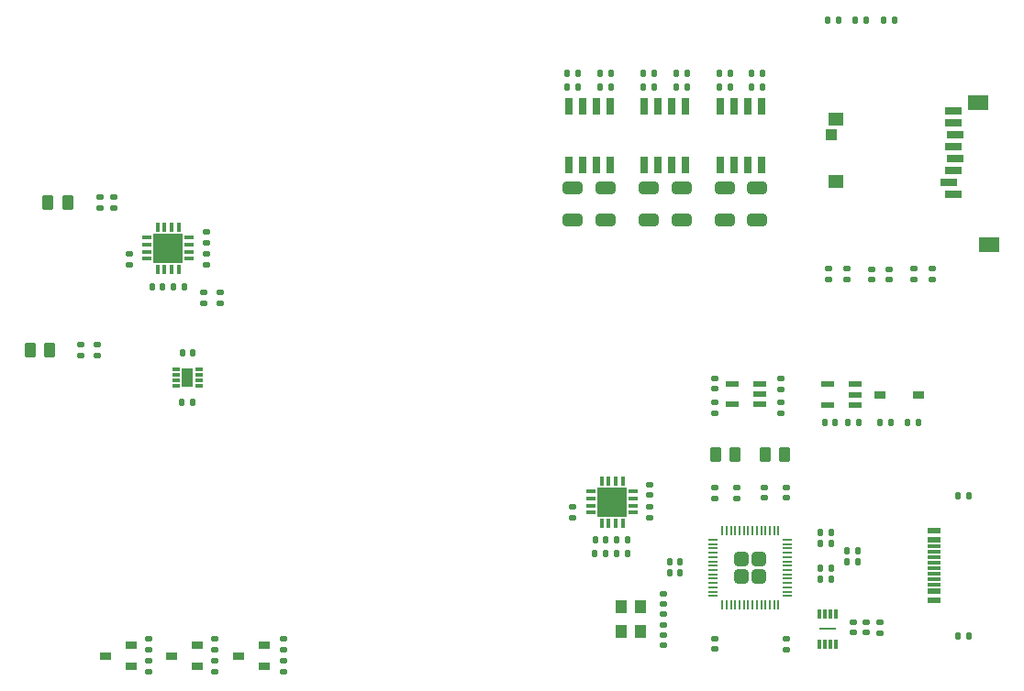
<source format=gbp>
%TF.GenerationSoftware,KiCad,Pcbnew,7.0.10*%
%TF.CreationDate,2024-05-16T19:43:25+02:00*%
%TF.ProjectId,SolarEnergyManager_v1.0,536f6c61-7245-46e6-9572-67794d616e61,rev?*%
%TF.SameCoordinates,Original*%
%TF.FileFunction,Paste,Bot*%
%TF.FilePolarity,Positive*%
%FSLAX46Y46*%
G04 Gerber Fmt 4.6, Leading zero omitted, Abs format (unit mm)*
G04 Created by KiCad (PCBNEW 7.0.10) date 2024-05-16 19:43:25*
%MOMM*%
%LPD*%
G01*
G04 APERTURE LIST*
G04 Aperture macros list*
%AMRoundRect*
0 Rectangle with rounded corners*
0 $1 Rounding radius*
0 $2 $3 $4 $5 $6 $7 $8 $9 X,Y pos of 4 corners*
0 Add a 4 corners polygon primitive as box body*
4,1,4,$2,$3,$4,$5,$6,$7,$8,$9,$2,$3,0*
0 Add four circle primitives for the rounded corners*
1,1,$1+$1,$2,$3*
1,1,$1+$1,$4,$5*
1,1,$1+$1,$6,$7*
1,1,$1+$1,$8,$9*
0 Add four rect primitives between the rounded corners*
20,1,$1+$1,$2,$3,$4,$5,0*
20,1,$1+$1,$4,$5,$6,$7,0*
20,1,$1+$1,$6,$7,$8,$9,0*
20,1,$1+$1,$8,$9,$2,$3,0*%
G04 Aperture macros list end*
%ADD10RoundRect,0.135000X-0.185000X0.135000X-0.185000X-0.135000X0.185000X-0.135000X0.185000X0.135000X0*%
%ADD11R,0.700000X1.525000*%
%ADD12RoundRect,0.135000X0.185000X-0.135000X0.185000X0.135000X-0.185000X0.135000X-0.185000X-0.135000X0*%
%ADD13R,0.300000X0.900000*%
%ADD14R,1.650000X0.250000*%
%ADD15RoundRect,0.135000X0.135000X0.185000X-0.135000X0.185000X-0.135000X-0.185000X0.135000X-0.185000X0*%
%ADD16RoundRect,0.250000X-0.262500X-0.450000X0.262500X-0.450000X0.262500X0.450000X-0.262500X0.450000X0*%
%ADD17RoundRect,0.140000X0.170000X-0.140000X0.170000X0.140000X-0.170000X0.140000X-0.170000X-0.140000X0*%
%ADD18RoundRect,0.140000X-0.140000X-0.170000X0.140000X-0.170000X0.140000X0.170000X-0.140000X0.170000X0*%
%ADD19R,0.350000X0.850000*%
%ADD20R,0.850000X0.350000*%
%ADD21R,2.700000X2.700000*%
%ADD22RoundRect,0.135000X-0.135000X-0.185000X0.135000X-0.185000X0.135000X0.185000X-0.135000X0.185000X0*%
%ADD23RoundRect,0.249999X0.395001X-0.395001X0.395001X0.395001X-0.395001X0.395001X-0.395001X-0.395001X0*%
%ADD24RoundRect,0.050000X0.050000X-0.387500X0.050000X0.387500X-0.050000X0.387500X-0.050000X-0.387500X0*%
%ADD25RoundRect,0.050000X0.387500X-0.050000X0.387500X0.050000X-0.387500X0.050000X-0.387500X-0.050000X0*%
%ADD26RoundRect,0.140000X-0.170000X0.140000X-0.170000X-0.140000X0.170000X-0.140000X0.170000X0.140000X0*%
%ADD27RoundRect,0.250000X0.650000X-0.325000X0.650000X0.325000X-0.650000X0.325000X-0.650000X-0.325000X0*%
%ADD28RoundRect,0.140000X0.140000X0.170000X-0.140000X0.170000X-0.140000X-0.170000X0.140000X-0.170000X0*%
%ADD29R,1.000000X0.700000*%
%ADD30R,1.150000X0.600000*%
%ADD31R,1.150000X0.300000*%
%ADD32R,1.050000X0.750000*%
%ADD33R,1.050000X1.300000*%
%ADD34RoundRect,0.250000X0.262500X0.450000X-0.262500X0.450000X-0.262500X-0.450000X0.262500X-0.450000X0*%
%ADD35R,1.200000X0.600000*%
%ADD36R,1.900000X1.400000*%
%ADD37R,1.400000X1.200000*%
%ADD38R,1.400000X1.300000*%
%ADD39R,1.500000X0.800000*%
%ADD40R,1.040000X1.000000*%
%ADD41R,0.700000X0.300000*%
%ADD42R,1.000000X1.700000*%
G04 APERTURE END LIST*
D10*
%TO.C,RVd2*%
X106781600Y-94587600D03*
X106781600Y-95607600D03*
%TD*%
D11*
%TO.C,Q602*%
X155717000Y-86188000D03*
X156987000Y-86188000D03*
X158257000Y-86188000D03*
X159527000Y-86188000D03*
X159527000Y-91612000D03*
X158257000Y-91612000D03*
X156987000Y-91612000D03*
X155717000Y-91612000D03*
%TD*%
D12*
%TO.C,RsV2*%
X105511600Y-95607600D03*
X105511600Y-94587600D03*
%TD*%
D13*
%TO.C,IC202*%
X173355000Y-135893000D03*
X172855000Y-135893000D03*
X172355000Y-135893000D03*
X171855000Y-135893000D03*
X171855000Y-133093000D03*
X172355000Y-133093000D03*
X172855000Y-133093000D03*
X173355000Y-133093000D03*
D14*
X172605000Y-134493000D03*
%TD*%
D15*
%TO.C,R405*%
X178812000Y-78232000D03*
X177792000Y-78232000D03*
%TD*%
D16*
%TO.C,RsA2*%
X100689400Y-95097600D03*
X102514400Y-95097600D03*
%TD*%
D17*
%TO.C,C207*%
X168783000Y-122400000D03*
X168783000Y-121440000D03*
%TD*%
D15*
%TO.C,R612*%
X149632000Y-83200000D03*
X148612000Y-83200000D03*
%TD*%
D18*
%TO.C,C212*%
X171958000Y-129921000D03*
X172918000Y-129921000D03*
%TD*%
D15*
%TO.C,R611*%
X152632000Y-83200000D03*
X151612000Y-83200000D03*
%TD*%
D19*
%TO.C,IC301*%
X112735000Y-101264000D03*
X112085000Y-101264000D03*
X111435000Y-101264000D03*
X110785000Y-101264000D03*
D20*
X109810000Y-100289000D03*
X109810000Y-99639000D03*
X109810000Y-98989000D03*
X109810000Y-98339000D03*
D19*
X110785000Y-97364000D03*
X111435000Y-97364000D03*
X112085000Y-97364000D03*
X112735000Y-97364000D03*
D20*
X113710000Y-98339000D03*
X113710000Y-98989000D03*
X113710000Y-99639000D03*
X113710000Y-100289000D03*
D21*
X111760000Y-99314000D03*
%TD*%
D10*
%TO.C,R1L2*%
X109982000Y-137414000D03*
X109982000Y-138434000D03*
%TD*%
%TO.C,RsV1*%
X105259500Y-108202000D03*
X105259500Y-109222000D03*
%TD*%
D22*
%TO.C,R308*%
X153160000Y-127508000D03*
X154180000Y-127508000D03*
%TD*%
D18*
%TO.C,C210*%
X171958000Y-126619000D03*
X172918000Y-126619000D03*
%TD*%
D12*
%TO.C,R305*%
X156210000Y-124208000D03*
X156210000Y-123188000D03*
%TD*%
D22*
%TO.C,R202*%
X174369000Y-127254000D03*
X175389000Y-127254000D03*
%TD*%
D10*
%TO.C,R1L3*%
X116078000Y-135380000D03*
X116078000Y-136400000D03*
%TD*%
D15*
%TO.C,R404*%
X176210678Y-78232000D03*
X175190678Y-78232000D03*
%TD*%
D18*
%TO.C,C208*%
X171958000Y-128905000D03*
X172918000Y-128905000D03*
%TD*%
D15*
%TO.C,R306*%
X154180000Y-126238000D03*
X153160000Y-126238000D03*
%TD*%
D23*
%TO.C,IC201*%
X164689500Y-129645000D03*
X166289500Y-129645000D03*
X164689500Y-128045000D03*
X166289500Y-128045000D03*
D24*
X168089500Y-132282500D03*
X167689500Y-132282500D03*
X167289500Y-132282500D03*
X166889500Y-132282500D03*
X166489500Y-132282500D03*
X166089500Y-132282500D03*
X165689500Y-132282500D03*
X165289500Y-132282500D03*
X164889500Y-132282500D03*
X164489500Y-132282500D03*
X164089500Y-132282500D03*
X163689500Y-132282500D03*
X163289500Y-132282500D03*
X162889500Y-132282500D03*
D25*
X162052000Y-131445000D03*
X162052000Y-131045000D03*
X162052000Y-130645000D03*
X162052000Y-130245000D03*
X162052000Y-129845000D03*
X162052000Y-129445000D03*
X162052000Y-129045000D03*
X162052000Y-128645000D03*
X162052000Y-128245000D03*
X162052000Y-127845000D03*
X162052000Y-127445000D03*
X162052000Y-127045000D03*
X162052000Y-126645000D03*
X162052000Y-126245000D03*
D24*
X162889500Y-125407500D03*
X163289500Y-125407500D03*
X163689500Y-125407500D03*
X164089500Y-125407500D03*
X164489500Y-125407500D03*
X164889500Y-125407500D03*
X165289500Y-125407500D03*
X165689500Y-125407500D03*
X166089500Y-125407500D03*
X166489500Y-125407500D03*
X166889500Y-125407500D03*
X167289500Y-125407500D03*
X167689500Y-125407500D03*
X168089500Y-125407500D03*
D25*
X168927000Y-126245000D03*
X168927000Y-126645000D03*
X168927000Y-127045000D03*
X168927000Y-127445000D03*
X168927000Y-127845000D03*
X168927000Y-128245000D03*
X168927000Y-128645000D03*
X168927000Y-129045000D03*
X168927000Y-129445000D03*
X168927000Y-129845000D03*
X168927000Y-130245000D03*
X168927000Y-130645000D03*
X168927000Y-131045000D03*
X168927000Y-131445000D03*
%TD*%
D26*
%TO.C,C215*%
X175006000Y-133886000D03*
X175006000Y-134846000D03*
%TD*%
D27*
%TO.C,CLP3*%
X156122000Y-96675000D03*
X156122000Y-93725000D03*
%TD*%
D15*
%TO.C,R502*%
X185676000Y-135128000D03*
X184656000Y-135128000D03*
%TD*%
D16*
%TO.C,RsA4*%
X166854500Y-118364000D03*
X168679500Y-118364000D03*
%TD*%
D18*
%TO.C,C403*%
X113058000Y-108966000D03*
X114018000Y-108966000D03*
%TD*%
D28*
%TO.C,C302*%
X111224000Y-102870000D03*
X110264000Y-102870000D03*
%TD*%
D15*
%TO.C,R609*%
X159632000Y-83200000D03*
X158612000Y-83200000D03*
%TD*%
D10*
%TO.C,R1L4*%
X116078000Y-137412000D03*
X116078000Y-138432000D03*
%TD*%
D12*
%TO.C,R505*%
X168275000Y-114556000D03*
X168275000Y-113536000D03*
%TD*%
D16*
%TO.C,RsA1*%
X99013000Y-108712000D03*
X100838000Y-108712000D03*
%TD*%
D15*
%TO.C,R501*%
X185676000Y-122174000D03*
X184656000Y-122174000D03*
%TD*%
D28*
%TO.C,C502*%
X173327000Y-115443000D03*
X172367000Y-115443000D03*
%TD*%
D12*
%TO.C,R303*%
X115062000Y-104398000D03*
X115062000Y-103378000D03*
%TD*%
D29*
%TO.C,Q1*%
X108388000Y-136024000D03*
X108388000Y-137924000D03*
X105988000Y-136974000D03*
%TD*%
D22*
%TO.C,R307*%
X151128000Y-127508000D03*
X152148000Y-127508000D03*
%TD*%
D30*
%TO.C,J501*%
X182443000Y-125424500D03*
X182443000Y-126224500D03*
D31*
X182443000Y-127374500D03*
X182443000Y-128374500D03*
X182443000Y-128874500D03*
X182443000Y-129874500D03*
D30*
X182443000Y-131824500D03*
X182443000Y-131024500D03*
D31*
X182443000Y-130374500D03*
X182443000Y-129374500D03*
X182443000Y-127874500D03*
X182443000Y-126874500D03*
%TD*%
D32*
%TO.C,D501*%
X177417000Y-112837000D03*
X181017000Y-112837000D03*
%TD*%
D17*
%TO.C,C503*%
X168275000Y-112334000D03*
X168275000Y-111374000D03*
%TD*%
D15*
%TO.C,R605*%
X152632000Y-84400000D03*
X151612000Y-84400000D03*
%TD*%
D19*
%TO.C,IC302*%
X153711000Y-124718000D03*
X153061000Y-124718000D03*
X152411000Y-124718000D03*
X151761000Y-124718000D03*
D20*
X150786000Y-123743000D03*
X150786000Y-123093000D03*
X150786000Y-122443000D03*
X150786000Y-121793000D03*
D19*
X151761000Y-120818000D03*
X152411000Y-120818000D03*
X153061000Y-120818000D03*
X153711000Y-120818000D03*
D20*
X154686000Y-121793000D03*
X154686000Y-122443000D03*
X154686000Y-123093000D03*
X154686000Y-123743000D03*
D21*
X152736000Y-122768000D03*
%TD*%
D10*
%TO.C,RVd1*%
X103735500Y-108200000D03*
X103735500Y-109220000D03*
%TD*%
D15*
%TO.C,R603*%
X159632000Y-84400000D03*
X158612000Y-84400000D03*
%TD*%
D10*
%TO.C,R304*%
X116586000Y-103378000D03*
X116586000Y-104398000D03*
%TD*%
%TO.C,R409*%
X172720000Y-101217000D03*
X172720000Y-102237000D03*
%TD*%
D26*
%TO.C,C204*%
X162179000Y-135410000D03*
X162179000Y-136370000D03*
%TD*%
D12*
%TO.C,R213*%
X162179000Y-122430000D03*
X162179000Y-121410000D03*
%TD*%
D11*
%TO.C,Q601*%
X162717000Y-86188000D03*
X163987000Y-86188000D03*
X165257000Y-86188000D03*
X166527000Y-86188000D03*
X166527000Y-91612000D03*
X165257000Y-91612000D03*
X163987000Y-91612000D03*
X162717000Y-91612000D03*
%TD*%
D17*
%TO.C,C301*%
X115316000Y-98806000D03*
X115316000Y-97846000D03*
%TD*%
D15*
%TO.C,R602*%
X163632000Y-84400000D03*
X162612000Y-84400000D03*
%TD*%
D12*
%TO.C,R214*%
X164211000Y-122430000D03*
X164211000Y-121410000D03*
%TD*%
D10*
%TO.C,RA2*%
X149098000Y-123188000D03*
X149098000Y-124208000D03*
%TD*%
D33*
%TO.C,Y201*%
X153557000Y-134754000D03*
X153557000Y-132454000D03*
X155307000Y-132454000D03*
X155307000Y-134754000D03*
%TD*%
D15*
%TO.C,R610*%
X156632000Y-83200000D03*
X155612000Y-83200000D03*
%TD*%
D17*
%TO.C,C504*%
X162179000Y-112306000D03*
X162179000Y-111346000D03*
%TD*%
D27*
%TO.C,CLP5*%
X149122000Y-96675000D03*
X149122000Y-93725000D03*
%TD*%
%TO.C,CLP2*%
X159122000Y-96675000D03*
X159122000Y-93725000D03*
%TD*%
D15*
%TO.C,R403*%
X173617000Y-78232000D03*
X172597000Y-78232000D03*
%TD*%
D34*
%TO.C,RsA5*%
X164107500Y-118364000D03*
X162282500Y-118364000D03*
%TD*%
D10*
%TO.C,R203*%
X157480000Y-133094000D03*
X157480000Y-134114000D03*
%TD*%
D15*
%TO.C,R402*%
X114048000Y-113538000D03*
X113028000Y-113538000D03*
%TD*%
%TO.C,R606*%
X149632000Y-84400000D03*
X148612000Y-84400000D03*
%TD*%
%TO.C,R608*%
X163632000Y-83200000D03*
X162612000Y-83200000D03*
%TD*%
D17*
%TO.C,C304*%
X156210000Y-122146000D03*
X156210000Y-121186000D03*
%TD*%
%TO.C,C405*%
X176657000Y-102207000D03*
X176657000Y-101247000D03*
%TD*%
D26*
%TO.C,C201*%
X157480000Y-135029000D03*
X157480000Y-135989000D03*
%TD*%
D18*
%TO.C,C209*%
X171958000Y-125603000D03*
X172918000Y-125603000D03*
%TD*%
D10*
%TO.C,R209*%
X177419000Y-133856000D03*
X177419000Y-134876000D03*
%TD*%
D15*
%TO.C,R504*%
X175516000Y-115443000D03*
X174496000Y-115443000D03*
%TD*%
D27*
%TO.C,CLP0*%
X166122000Y-96675000D03*
X166122000Y-93725000D03*
%TD*%
D10*
%TO.C,R407*%
X180594000Y-101217000D03*
X180594000Y-102237000D03*
%TD*%
D15*
%TO.C,R607*%
X166632000Y-83200000D03*
X165612000Y-83200000D03*
%TD*%
D22*
%TO.C,R503*%
X177437000Y-115377000D03*
X178457000Y-115377000D03*
%TD*%
D10*
%TO.C,R1L5*%
X122428000Y-135380000D03*
X122428000Y-136400000D03*
%TD*%
%TO.C,R1L1*%
X109982000Y-135382000D03*
X109982000Y-136402000D03*
%TD*%
D15*
%TO.C,R604*%
X156632000Y-84400000D03*
X155612000Y-84400000D03*
%TD*%
D10*
%TO.C,RA1*%
X108204000Y-99820000D03*
X108204000Y-100840000D03*
%TD*%
D26*
%TO.C,C214*%
X176149000Y-133886000D03*
X176149000Y-134846000D03*
%TD*%
D15*
%TO.C,R601*%
X166632000Y-84400000D03*
X165612000Y-84400000D03*
%TD*%
D27*
%TO.C,CLP1*%
X163122000Y-96675000D03*
X163122000Y-93725000D03*
%TD*%
D35*
%TO.C,IC502*%
X166350000Y-111826000D03*
X166350000Y-112776000D03*
X166350000Y-113726000D03*
X163850000Y-113726000D03*
X163850000Y-111826000D03*
%TD*%
D28*
%TO.C,C211*%
X158976000Y-128270000D03*
X158016000Y-128270000D03*
%TD*%
D26*
%TO.C,C203*%
X168783000Y-135423000D03*
X168783000Y-136383000D03*
%TD*%
D17*
%TO.C,C206*%
X166751000Y-122400000D03*
X166751000Y-121440000D03*
%TD*%
D29*
%TO.C,Q2*%
X114484000Y-136022000D03*
X114484000Y-137922000D03*
X112084000Y-136972000D03*
%TD*%
D22*
%TO.C,R201*%
X174369000Y-128270000D03*
X175389000Y-128270000D03*
%TD*%
D10*
%TO.C,R1L6*%
X122428000Y-137412000D03*
X122428000Y-138432000D03*
%TD*%
D12*
%TO.C,R301*%
X115316000Y-100840000D03*
X115316000Y-99820000D03*
%TD*%
D18*
%TO.C,C501*%
X180007000Y-115377000D03*
X180967000Y-115377000D03*
%TD*%
D28*
%TO.C,C303*%
X152146000Y-126238000D03*
X151186000Y-126238000D03*
%TD*%
D29*
%TO.C,Q3*%
X120650000Y-136022000D03*
X120650000Y-137922000D03*
X118250000Y-136972000D03*
%TD*%
D15*
%TO.C,R302*%
X113286000Y-102870000D03*
X112266000Y-102870000D03*
%TD*%
D27*
%TO.C,CLP4*%
X152122000Y-96675000D03*
X152122000Y-93725000D03*
%TD*%
D10*
%TO.C,R406*%
X182245000Y-101217000D03*
X182245000Y-102237000D03*
%TD*%
D17*
%TO.C,C202*%
X157480000Y-132179000D03*
X157480000Y-131219000D03*
%TD*%
D35*
%TO.C,IC501*%
X175133000Y-111887000D03*
X175133000Y-112837000D03*
X175133000Y-113787000D03*
X172633000Y-113787000D03*
X172633000Y-111887000D03*
%TD*%
D36*
%TO.C,J401*%
X186519000Y-85881000D03*
X187519000Y-99031000D03*
D37*
X173369000Y-87421000D03*
D38*
X173369000Y-93171000D03*
D39*
X184229000Y-94361000D03*
X183829000Y-93261000D03*
X184229000Y-92161000D03*
X184429000Y-91061000D03*
X184229000Y-89961000D03*
X184429000Y-88861000D03*
X184229000Y-87761000D03*
X184229000Y-86661000D03*
D40*
X172999000Y-88871000D03*
%TD*%
D11*
%TO.C,Q603*%
X148717000Y-86188000D03*
X149987000Y-86188000D03*
X151257000Y-86188000D03*
X152527000Y-86188000D03*
X152527000Y-91612000D03*
X151257000Y-91612000D03*
X149987000Y-91612000D03*
X148717000Y-91612000D03*
%TD*%
D17*
%TO.C,C406*%
X178308000Y-102207000D03*
X178308000Y-101247000D03*
%TD*%
D28*
%TO.C,C205*%
X158976000Y-129286000D03*
X158016000Y-129286000D03*
%TD*%
D12*
%TO.C,R506*%
X162179000Y-114556000D03*
X162179000Y-113536000D03*
%TD*%
D41*
%TO.C,IC402*%
X114588000Y-110514000D03*
X114588000Y-111014000D03*
X114588000Y-111514000D03*
X114588000Y-112014000D03*
X112488000Y-112014000D03*
X112488000Y-111514000D03*
X112488000Y-111014000D03*
X112488000Y-110514000D03*
D42*
X113538000Y-111264000D03*
%TD*%
D10*
%TO.C,R408*%
X174371000Y-101217000D03*
X174371000Y-102237000D03*
%TD*%
M02*

</source>
